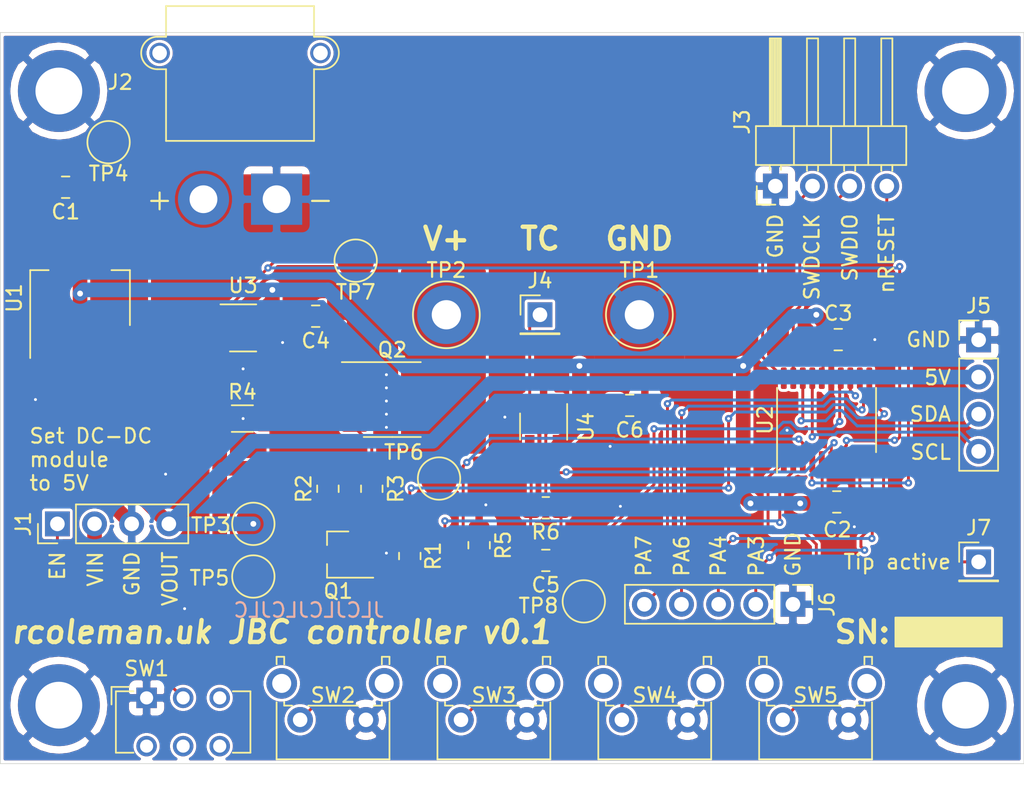
<source format=kicad_pcb>
(kicad_pcb (version 20171130) (host pcbnew 5.1.10)
  (layers (0 F.Cu signal) (31 B.Cu signal) (34 B.Paste user) (35 F.Paste user) (36 B.SilkS user) (37 F.SilkS user) (38 B.Mask user) (39 F.Mask user) (44 Edge.Cuts user))
  (net 0 "")
  (net 1 +3V3)
  (net 2 GND)
  (net 3 /TIP_TC_AMP)
  (net 4 "Net-(C5-Pad2)")
  (net 5 VCC)
  (net 6 +5V)
  (net 7 /SWDCLK)
  (net 8 /SWDIO)
  (net 9 /NRESET)
  (net 10 /TIP_TC)
  (net 11 /TIP_ACTIVE)
  (net 12 /I2C_SCL)
  (net 13 /I2C_SDA)
  (net 14 "Net-(Q1-Pad1)")
  (net 15 "Net-(Q1-Pad3)")
  (net 16 /TIP_V+)
  (net 17 /TIP_PWM)
  (net 18 /BTN_MENU)
  (net 19 /BTN_UP)
  (net 20 /BTN_DOWN)
  (net 21 /BTN_ENTER)
  (net 22 /HEATER_CURRENT_AMP)
  (net 23 "Net-(Q2-Pad1)")
  (net 24 /PA3)
  (net 25 /PA4)
  (net 26 /PA6)
  (net 27 /PA7)
  (net 28 "Net-(Q2-Pad2)")
  (net 29 "Net-(J1-Pad1)")
  (net 30 "Net-(SW1-Pad3)")
  (module TestPoint:TestPoint_Pad_D2.5mm (layer F.Cu) (at 122.9 112.9 180)
    (fp_text reference TP8 (at 3.1 -0.3 180) (layer F.SilkS))
    (fp_text value TestPoint)
    (pad 1 smd circle (at 0 0 180) (size 2.5 2.5) (layers F.Cu F.Mask) (net 3 /TIP_TC_AMP))
  )
  (module TestPoint:TestPoint_Pad_D2.5mm (layer F.Cu) (at 107.3 89.6 180)
    (fp_text reference TP7 (at 0 -2.148) (layer F.SilkS))
    (fp_text value TestPoint)
    (pad 1 smd circle (at 0 0 180) (size 2.5 2.5) (layers F.Cu F.Mask) (net 22 /HEATER_CURRENT_AMP))
  )
  (module TestPoint:TestPoint_Pad_D2.5mm (layer F.Cu) (at 113 104.5)
    (fp_text reference TP6 (at -2.4 -1.8) (layer F.SilkS))
    (fp_text value TestPoint)
    (pad 1 smd circle (at 0 0) (size 2.5 2.5) (layers F.Cu F.Mask) (net 28 "Net-(Q2-Pad2)"))
  )
  (module TestPoint:TestPoint_Pad_D2.5mm (layer F.Cu) (at 100.3 111.2 180)
    (fp_text reference TP5 (at 3 -0.1) (layer F.SilkS))
    (fp_text value TestPoint)
    (pad 1 smd circle (at 0 0 180) (size 2.5 2.5) (layers F.Cu F.Mask) (net 14 "Net-(Q1-Pad1)"))
  )
  (module TestPoint:TestPoint_Pad_D2.5mm (layer F.Cu) (at 90.4 81.5 180)
    (fp_text reference TP4 (at 0 -2.148) (layer F.SilkS))
    (fp_text value TestPoint)
    (pad 1 smd circle (at 0 0 180) (size 2.5 2.5) (layers F.Cu F.Mask) (net 1 +3V3))
  )
  (module TestPoint:TestPoint_Pad_D2.5mm (layer F.Cu) (at 100.3 107.6)
    (fp_text reference TP3 (at -2.9 0.1) (layer F.SilkS))
    (fp_text value TestPoint)
    (pad 1 smd circle (at 0 0) (size 2.5 2.5) (layers F.Cu F.Mask) (net 6 +5V))
  )
  (module Button_Switch_THT:SW_CuK_JS202011AQN_DPDT_Angled (layer F.Cu) (at 93 119.5)
    (fp_text reference SW1 (at 0 -2) (layer F.SilkS))
    (fp_text value JS202011AQN)
    (pad 6 thru_hole circle (at 5 3.3) (size 1.4 1.4) (drill 0.9) (layers *.Cu *.Mask))
    (pad 5 thru_hole circle (at 2.5 3.3) (size 1.4 1.4) (drill 0.9) (layers *.Cu *.Mask))
    (pad 4 thru_hole circle (at 0 3.3) (size 1.4 1.4) (drill 0.9) (layers *.Cu *.Mask))
    (pad 3 thru_hole circle (at 5 0) (size 1.4 1.4) (drill 0.9) (layers *.Cu *.Mask) (net 30 "Net-(SW1-Pad3)"))
    (pad 2 thru_hole circle (at 2.5 0) (size 1.4 1.4) (drill 0.9) (layers *.Cu *.Mask) (net 29 "Net-(J1-Pad1)"))
    (pad 1 thru_hole rect (at 0 0) (size 1.4 1.4) (drill 0.9) (layers *.Cu *.Mask) (net 2 GND))
  )
  (module Resistor_SMD:R_0805_2012Metric_Pad1.20x1.40mm_HandSolder (layer F.Cu) (at 108.4 105.2 270)
    (fp_text reference R3 (at 0 -1.65 90) (layer F.SilkS))
    (fp_text value 2k2)
    (pad 1 smd roundrect (at -1 0 270) (size 1.2 1.4) (layers F.Cu F.Paste F.Mask) (roundrect_rratio 0.2083325) (net 28 "Net-(Q2-Pad2)"))
    (pad 2 smd roundrect (at 1 0 270) (size 1.2 1.4) (layers F.Cu F.Paste F.Mask) (roundrect_rratio 0.2083325) (net 15 "Net-(Q1-Pad3)"))
  )
  (module Connector_PinHeader_2.54mm:PinHeader_1x04_P2.54mm_Vertical (layer F.Cu) (at 86.9 107.6 90)
    (fp_text reference J1 (at 0 -2.33 90) (layer F.SilkS))
    (fp_text value Conn_01x04_Male)
    (pad 1 thru_hole rect (at 0 0 90) (size 1.7 1.7) (drill 1) (layers *.Cu *.Mask) (net 29 "Net-(J1-Pad1)"))
    (pad 2 thru_hole oval (at 0 2.54 90) (size 1.7 1.7) (drill 1) (layers *.Cu *.Mask) (net 5 VCC))
    (pad 3 thru_hole oval (at 0 5.08 90) (size 1.7 1.7) (drill 1) (layers *.Cu *.Mask) (net 2 GND))
    (pad 4 thru_hole oval (at 0 7.62 90) (size 1.7 1.7) (drill 1) (layers *.Cu *.Mask) (net 6 +5V))
  )
  (module MountingHole:MountingHole_3.2mm_M3_DIN965_Pad (layer F.Cu) (at 87 78)
    (fp_text reference H4 hide)
    (fp_text value MountingHole_Pad)
    (pad 1 thru_hole circle (at 0 0) (size 5.6 5.6) (drill 3.2) (layers *.Cu *.Mask) (net 2 GND))
  )
  (module MountingHole:MountingHole_3.2mm_M3_DIN965_Pad (layer F.Cu) (at 149 78)
    (fp_text reference H3 hide)
    (fp_text value MountingHole_Pad)
    (pad 1 thru_hole circle (at 0 0) (size 5.6 5.6) (drill 3.2) (layers *.Cu *.Mask) (net 2 GND))
  )
  (module MountingHole:MountingHole_3.2mm_M3_DIN965_Pad (layer F.Cu) (at 149 120)
    (fp_text reference H2 hide)
    (fp_text value MountingHole_Pad)
    (pad 1 thru_hole circle (at 0 0) (size 5.6 5.6) (drill 3.2) (layers *.Cu *.Mask) (net 2 GND))
  )
  (module MountingHole:MountingHole_3.2mm_M3_DIN965_Pad (layer F.Cu) (at 87 120)
    (fp_text reference H1 hide)
    (fp_text value MountingHole_Pad)
    (pad 1 thru_hole circle (at 0 0) (size 5.6 5.6) (drill 3.2) (layers *.Cu *.Mask) (net 2 GND))
  )
  (module Package_SO:TSSOP-20_4.4x6.5mm_P0.65mm (layer F.Cu) (at 139.5 100.5 90)
    (fp_text reference U2 (at 0 -4.2 90) (layer F.SilkS))
    (fp_text value STM32L011F4Px)
    (pad 1 smd roundrect (at -2.8625 -2.925 90) (size 1.475 0.4) (layers F.Cu F.Paste F.Mask) (net 21 /BTN_ENTER))
    (pad 2 smd roundrect (at -2.8625 -2.275 90) (size 1.475 0.4) (layers F.Cu F.Paste F.Mask) (net 18 /BTN_MENU))
    (pad 3 smd roundrect (at -2.8625 -1.625 90) (size 1.475 0.4) (layers F.Cu F.Paste F.Mask) (net 19 /BTN_UP))
    (pad 4 smd roundrect (at -2.8625 -0.975 90) (size 1.475 0.4) (layers F.Cu F.Paste F.Mask) (net 9 /NRESET))
    (pad 5 smd roundrect (at -2.8625 -0.325 90) (size 1.475 0.4) (layers F.Cu F.Paste F.Mask) (net 1 +3V3))
    (pad 6 smd roundrect (at -2.8625 0.325 90) (size 1.475 0.4) (layers F.Cu F.Paste F.Mask) (net 3 /TIP_TC_AMP))
    (pad 7 smd roundrect (at -2.8625 0.975 90) (size 1.475 0.4) (layers F.Cu F.Paste F.Mask) (net 22 /HEATER_CURRENT_AMP))
    (pad 8 smd roundrect (at -2.8625 1.625 90) (size 1.475 0.4) (layers F.Cu F.Paste F.Mask) (net 11 /TIP_ACTIVE))
    (pad 9 smd roundrect (at -2.8625 2.275 90) (size 1.475 0.4) (layers F.Cu F.Paste F.Mask) (net 24 /PA3))
    (pad 10 smd roundrect (at -2.8625 2.925 90) (size 1.475 0.4) (layers F.Cu F.Paste F.Mask) (net 25 /PA4))
    (pad 11 smd roundrect (at 2.8625 2.925 90) (size 1.475 0.4) (layers F.Cu F.Paste F.Mask) (net 17 /TIP_PWM))
    (pad 12 smd roundrect (at 2.8625 2.275 90) (size 1.475 0.4) (layers F.Cu F.Paste F.Mask) (net 26 /PA6))
    (pad 13 smd roundrect (at 2.8625 1.625 90) (size 1.475 0.4) (layers F.Cu F.Paste F.Mask) (net 27 /PA7))
    (pad 14 smd roundrect (at 2.8625 0.975 90) (size 1.475 0.4) (layers F.Cu F.Paste F.Mask) (net 20 /BTN_DOWN))
    (pad 15 smd roundrect (at 2.8625 0.325 90) (size 1.475 0.4) (layers F.Cu F.Paste F.Mask) (net 2 GND))
    (pad 16 smd roundrect (at 2.8625 -0.325 90) (size 1.475 0.4) (layers F.Cu F.Paste F.Mask) (net 1 +3V3))
    (pad 17 smd roundrect (at 2.8625 -0.975 90) (size 1.475 0.4) (layers F.Cu F.Paste F.Mask) (net 12 /I2C_SCL))
    (pad 18 smd roundrect (at 2.8625 -1.625 90) (size 1.475 0.4) (layers F.Cu F.Paste F.Mask) (net 13 /I2C_SDA))
    (pad 19 smd roundrect (at 2.8625 -2.275 90) (size 1.475 0.4) (layers F.Cu F.Paste F.Mask) (net 8 /SWDIO))
    (pad 20 smd roundrect (at 2.8625 -2.925 90) (size 1.475 0.4) (layers F.Cu F.Paste F.Mask) (net 7 /SWDCLK))
  )
  (module Button_Switch_THT:SW_Tactile_SPST_Angled_PTS645Vx58-2LFS (layer F.Cu) (at 119 121 180)
    (fp_text reference SW3 (at 2.25 1.68) (layer F.SilkS))
    (fp_text value FSMRA3JH)
    (pad "" thru_hole circle (at -1.25 2.49 180) (size 2.1 2.1) (drill 1.3) (layers *.Cu *.Mask))
    (pad 1 thru_hole circle (at 0 0 180) (size 1.75 1.75) (drill 0.99) (layers *.Cu *.Mask) (net 2 GND))
    (pad 2 thru_hole circle (at 4.5 0 180) (size 1.75 1.75) (drill 0.99) (layers *.Cu *.Mask) (net 19 /BTN_UP))
    (pad "" thru_hole circle (at 5.76 2.49 180) (size 2.1 2.1) (drill 1.3) (layers *.Cu *.Mask))
  )
  (module "JBC controller footprints:SI4101DY" (layer F.Cu) (at 109.8 99.1)
    (fp_text reference Q2 (at 0 -3.4) (layer F.SilkS))
    (fp_text value SI4101DY)
    (pad 3 smd roundrect (at 2.575 -1.905) (size 1.75 0.6) (layers F.Cu F.Paste F.Mask) (net 16 /TIP_V+))
    (pad 3 smd roundrect (at 2.575 -0.635) (size 1.75 0.6) (layers F.Cu F.Paste F.Mask) (net 16 /TIP_V+))
    (pad 3 smd roundrect (at 2.575 0.635) (size 1.75 0.6) (layers F.Cu F.Paste F.Mask) (net 16 /TIP_V+))
    (pad 3 smd roundrect (at 2.575 1.905) (size 1.75 0.6) (layers F.Cu F.Paste F.Mask) (net 16 /TIP_V+))
    (pad 2 smd roundrect (at -2.575 1.905) (size 1.75 0.6) (layers F.Cu F.Paste F.Mask) (net 28 "Net-(Q2-Pad2)"))
    (pad 1 smd roundrect (at -2.575 0.635) (size 1.75 0.6) (layers F.Cu F.Paste F.Mask) (net 23 "Net-(Q2-Pad1)"))
    (pad 1 smd roundrect (at -2.575 -0.635) (size 1.75 0.6) (layers F.Cu F.Paste F.Mask) (net 23 "Net-(Q2-Pad1)"))
    (pad 1 smd roundrect (at -2.575 -1.905) (size 1.75 0.6) (layers F.Cu F.Paste F.Mask) (net 23 "Net-(Q2-Pad1)"))
  )
  (module Button_Switch_THT:SW_Tactile_SPST_Angled_PTS645Vx58-2LFS (layer F.Cu) (at 141 121 180)
    (fp_text reference SW5 (at 2.25 1.68) (layer F.SilkS))
    (fp_text value FSMRA3JH)
    (pad "" thru_hole circle (at -1.25 2.49 180) (size 2.1 2.1) (drill 1.3) (layers *.Cu *.Mask))
    (pad 1 thru_hole circle (at 0 0 180) (size 1.75 1.75) (drill 0.99) (layers *.Cu *.Mask) (net 2 GND))
    (pad 2 thru_hole circle (at 4.5 0 180) (size 1.75 1.75) (drill 0.99) (layers *.Cu *.Mask) (net 21 /BTN_ENTER))
    (pad "" thru_hole circle (at 5.76 2.49 180) (size 2.1 2.1) (drill 1.3) (layers *.Cu *.Mask))
  )
  (module Button_Switch_THT:SW_Tactile_SPST_Angled_PTS645Vx58-2LFS (layer F.Cu) (at 130 121 180)
    (fp_text reference SW4 (at 2.25 1.68) (layer F.SilkS))
    (fp_text value FSMRA3JH)
    (pad "" thru_hole circle (at -1.25 2.49 180) (size 2.1 2.1) (drill 1.3) (layers *.Cu *.Mask))
    (pad 1 thru_hole circle (at 0 0 180) (size 1.75 1.75) (drill 0.99) (layers *.Cu *.Mask) (net 2 GND))
    (pad 2 thru_hole circle (at 4.5 0 180) (size 1.75 1.75) (drill 0.99) (layers *.Cu *.Mask) (net 20 /BTN_DOWN))
    (pad "" thru_hole circle (at 5.76 2.49 180) (size 2.1 2.1) (drill 1.3) (layers *.Cu *.Mask))
  )
  (module Button_Switch_THT:SW_Tactile_SPST_Angled_PTS645Vx58-2LFS (layer F.Cu) (at 108 121 180)
    (fp_text reference SW2 (at 2.25 1.68) (layer F.SilkS))
    (fp_text value FSMRA3JH)
    (pad "" thru_hole circle (at -1.25 2.49 180) (size 2.1 2.1) (drill 1.3) (layers *.Cu *.Mask))
    (pad 1 thru_hole circle (at 0 0 180) (size 1.75 1.75) (drill 0.99) (layers *.Cu *.Mask) (net 2 GND))
    (pad 2 thru_hole circle (at 4.5 0 180) (size 1.75 1.75) (drill 0.99) (layers *.Cu *.Mask) (net 18 /BTN_MENU))
    (pad "" thru_hole circle (at 5.76 2.49 180) (size 2.1 2.1) (drill 1.3) (layers *.Cu *.Mask))
  )
  (module Capacitor_SMD:C_0805_2012Metric_Pad1.18x1.45mm_HandSolder (layer F.Cu) (at 87.4625 84.58 180)
    (fp_text reference C1 (at 0 -1.68) (layer F.SilkS))
    (fp_text value 10u)
    (pad 1 smd roundrect (at -1.0375 0 180) (size 1.175 1.45) (layers F.Cu F.Paste F.Mask) (roundrect_rratio 0.2127659574468085) (net 1 +3V3))
    (pad 2 smd roundrect (at 1.0375 0 180) (size 1.175 1.45) (layers F.Cu F.Paste F.Mask) (roundrect_rratio 0.2127659574468085) (net 2 GND))
  )
  (module Capacitor_SMD:C_0805_2012Metric_Pad1.18x1.45mm_HandSolder (layer F.Cu) (at 140.2 106.1)
    (fp_text reference C2 (at 0.0375 1.9) (layer F.SilkS))
    (fp_text value 100n)
    (pad 2 smd roundrect (at 1.0375 0) (size 1.175 1.45) (layers F.Cu F.Paste F.Mask) (roundrect_rratio 0.2127659574468085) (net 2 GND))
    (pad 1 smd roundrect (at -1.0375 0) (size 1.175 1.45) (layers F.Cu F.Paste F.Mask) (roundrect_rratio 0.2127659574468085) (net 1 +3V3))
  )
  (module Capacitor_SMD:C_0805_2012Metric_Pad1.18x1.45mm_HandSolder (layer F.Cu) (at 140.3 95 180)
    (fp_text reference C3 (at 0 1.8) (layer F.SilkS))
    (fp_text value 100n)
    (pad 2 smd roundrect (at 1.0375 0 180) (size 1.175 1.45) (layers F.Cu F.Paste F.Mask) (roundrect_rratio 0.2127659574468085) (net 1 +3V3))
    (pad 1 smd roundrect (at -1.0375 0 180) (size 1.175 1.45) (layers F.Cu F.Paste F.Mask) (roundrect_rratio 0.2127659574468085) (net 2 GND))
  )
  (module Capacitor_SMD:C_0805_2012Metric_Pad1.18x1.45mm_HandSolder (layer F.Cu) (at 104.5625 93.4 180)
    (fp_text reference C4 (at 0 -1.68) (layer F.SilkS))
    (fp_text value 100n)
    (pad 2 smd roundrect (at 1.0375 0 180) (size 1.175 1.45) (layers F.Cu F.Paste F.Mask) (roundrect_rratio 0.2127659574468085) (net 1 +3V3))
    (pad 1 smd roundrect (at -1.0375 0 180) (size 1.175 1.45) (layers F.Cu F.Paste F.Mask) (roundrect_rratio 0.2127659574468085) (net 2 GND))
  )
  (module Capacitor_SMD:C_0805_2012Metric_Pad1.18x1.45mm_HandSolder (layer F.Cu) (at 120.3 110.1 180)
    (fp_text reference C5 (at 0 -1.68) (layer F.SilkS))
    (fp_text value 1n)
    (pad 1 smd roundrect (at -1.0375 0 180) (size 1.175 1.45) (layers F.Cu F.Paste F.Mask) (roundrect_rratio 0.2127659574468085) (net 3 /TIP_TC_AMP))
    (pad 2 smd roundrect (at 1.0375 0 180) (size 1.175 1.45) (layers F.Cu F.Paste F.Mask) (roundrect_rratio 0.2127659574468085) (net 4 "Net-(C5-Pad2)"))
  )
  (module Capacitor_SMD:C_0805_2012Metric_Pad1.18x1.45mm_HandSolder (layer F.Cu) (at 126.0375 99.5 180)
    (fp_text reference C6 (at 0 -1.68) (layer F.SilkS))
    (fp_text value 100n)
    (pad 1 smd roundrect (at -1.0375 0 180) (size 1.175 1.45) (layers F.Cu F.Paste F.Mask) (roundrect_rratio 0.2127659574468085) (net 2 GND))
    (pad 2 smd roundrect (at 1.0375 0 180) (size 1.175 1.45) (layers F.Cu F.Paste F.Mask) (roundrect_rratio 0.2127659574468085) (net 1 +3V3))
  )
  (module Connector_PinHeader_2.54mm:PinHeader_1x04_P2.54mm_Horizontal (layer F.Cu) (at 136 84.5 90)
    (fp_text reference J3 (at 4.385 -2.27 90) (layer F.SilkS))
    (fp_text value Conn_01x04_Male)
    (pad 1 thru_hole rect (at 0 0 90) (size 1.7 1.7) (drill 1) (layers *.Cu *.Mask) (net 2 GND))
    (pad 2 thru_hole oval (at 0 2.54 90) (size 1.7 1.7) (drill 1) (layers *.Cu *.Mask) (net 7 /SWDCLK))
    (pad 3 thru_hole oval (at 0 5.08 90) (size 1.7 1.7) (drill 1) (layers *.Cu *.Mask) (net 8 /SWDIO))
    (pad 4 thru_hole oval (at 0 7.62 90) (size 1.7 1.7) (drill 1) (layers *.Cu *.Mask) (net 9 /NRESET))
  )
  (module Connector_PinHeader_2.54mm:PinHeader_1x04_P2.54mm_Vertical (layer F.Cu) (at 149.9 95.02)
    (fp_text reference J5 (at 0 -2.33) (layer F.SilkS))
    (fp_text value Conn_01x04_Male)
    (pad 4 thru_hole oval (at 0 7.62) (size 1.7 1.7) (drill 1) (layers *.Cu *.Mask) (net 12 /I2C_SCL))
    (pad 3 thru_hole oval (at 0 5.08) (size 1.7 1.7) (drill 1) (layers *.Cu *.Mask) (net 13 /I2C_SDA))
    (pad 2 thru_hole oval (at 0 2.54) (size 1.7 1.7) (drill 1) (layers *.Cu *.Mask) (net 6 +5V))
    (pad 1 thru_hole rect (at 0 0) (size 1.7 1.7) (drill 1) (layers *.Cu *.Mask) (net 2 GND))
  )
  (module Resistor_SMD:R_0805_2012Metric_Pad1.20x1.40mm_HandSolder (layer F.Cu) (at 111 109.8 90)
    (fp_text reference R1 (at 0 1.6 90) (layer F.SilkS))
    (fp_text value 10k)
    (pad 2 smd roundrect (at 1 0 90) (size 1.2 1.4) (layers F.Cu F.Paste F.Mask) (roundrect_rratio 0.2083325) (net 17 /TIP_PWM))
    (pad 1 smd roundrect (at -1 0 90) (size 1.2 1.4) (layers F.Cu F.Paste F.Mask) (roundrect_rratio 0.2083325) (net 14 "Net-(Q1-Pad1)"))
  )
  (module Resistor_SMD:R_0805_2012Metric_Pad1.20x1.40mm_HandSolder (layer F.Cu) (at 105.4 105.2 90)
    (fp_text reference R2 (at 0 -1.65 90) (layer F.SilkS))
    (fp_text value 470)
    (pad 2 smd roundrect (at 1 0 90) (size 1.2 1.4) (layers F.Cu F.Paste F.Mask) (roundrect_rratio 0.2083325) (net 28 "Net-(Q2-Pad2)"))
    (pad 1 smd roundrect (at -1 0 90) (size 1.2 1.4) (layers F.Cu F.Paste F.Mask) (roundrect_rratio 0.2083325) (net 5 VCC))
  )
  (module Resistor_SMD:R_0805_2012Metric_Pad1.20x1.40mm_HandSolder (layer F.Cu) (at 115.74 109.06 270)
    (fp_text reference R5 (at 0 -1.65 90) (layer F.SilkS))
    (fp_text value 100)
    (pad 2 smd roundrect (at 1 0 270) (size 1.2 1.4) (layers F.Cu F.Paste F.Mask) (roundrect_rratio 0.2083325) (net 4 "Net-(C5-Pad2)"))
    (pad 1 smd roundrect (at -1 0 270) (size 1.2 1.4) (layers F.Cu F.Paste F.Mask) (roundrect_rratio 0.2083325) (net 2 GND))
  )
  (module Resistor_SMD:R_0805_2012Metric_Pad1.20x1.40mm_HandSolder (layer F.Cu) (at 120.3 106.5 180)
    (fp_text reference R6 (at 0 -1.65) (layer F.SilkS))
    (fp_text value 20k)
    (pad 1 smd roundrect (at -1 0 180) (size 1.2 1.4) (layers F.Cu F.Paste F.Mask) (roundrect_rratio 0.2083325) (net 3 /TIP_TC_AMP))
    (pad 2 smd roundrect (at 1 0 180) (size 1.2 1.4) (layers F.Cu F.Paste F.Mask) (roundrect_rratio 0.2083325) (net 4 "Net-(C5-Pad2)"))
  )
  (module TestPoint:TestPoint_Plated_Hole_D3.0mm (layer F.Cu) (at 126.7 93.3)
    (fp_text reference TP1 (at 0 -3.048) (layer F.SilkS))
    (fp_text value TestPoint)
    (pad 1 thru_hole circle (at 0 0) (size 4 4) (drill 2) (layers *.Cu *.Mask) (net 2 GND))
  )
  (module TestPoint:TestPoint_Plated_Hole_D3.0mm (layer F.Cu) (at 113.5 93.3)
    (fp_text reference TP2 (at 0 -3.048) (layer F.SilkS))
    (fp_text value TestPoint)
    (pad 1 thru_hole circle (at 0 0) (size 4 4) (drill 2) (layers *.Cu *.Mask) (net 16 /TIP_V+))
  )
  (module Package_TO_SOT_SMD:SOT-223-3_TabPin2 (layer F.Cu) (at 88.45 92.16 90)
    (fp_text reference U1 (at 0 -4.5 90) (layer F.SilkS))
    (fp_text value LM1117-3.3)
    (pad 2 smd rect (at 3.15 0 90) (size 2 3.8) (layers F.Cu F.Paste F.Mask) (net 1 +3V3))
    (pad 2 smd rect (at -3.15 0 90) (size 2 1.5) (layers F.Cu F.Paste F.Mask) (net 1 +3V3))
    (pad 3 smd rect (at -3.15 2.3 90) (size 2 1.5) (layers F.Cu F.Paste F.Mask) (net 6 +5V))
    (pad 1 smd rect (at -3.15 -2.3 90) (size 2 1.5) (layers F.Cu F.Paste F.Mask) (net 2 GND))
  )
  (module Package_TO_SOT_SMD:SOT-23-6 (layer F.Cu) (at 99.6 94.2)
    (fp_text reference U3 (at 0 -2.9) (layer F.SilkS))
    (fp_text value INA181A1)
    (pad 1 smd rect (at -1.1 -0.95) (size 1.06 0.65) (layers F.Cu F.Paste F.Mask) (net 22 /HEATER_CURRENT_AMP))
    (pad 2 smd rect (at -1.1 0) (size 1.06 0.65) (layers F.Cu F.Paste F.Mask) (net 2 GND))
    (pad 3 smd rect (at -1.1 0.95) (size 1.06 0.65) (layers F.Cu F.Paste F.Mask) (net 5 VCC))
    (pad 4 smd rect (at 1.1 0.95) (size 1.06 0.65) (layers F.Cu F.Paste F.Mask) (net 23 "Net-(Q2-Pad1)"))
    (pad 6 smd rect (at 1.1 -0.95) (size 1.06 0.65) (layers F.Cu F.Paste F.Mask) (net 1 +3V3))
    (pad 5 smd rect (at 1.1 0) (size 1.06 0.65) (layers F.Cu F.Paste F.Mask) (net 2 GND))
  )
  (module Package_TO_SOT_SMD:SOT-23-5_HandSoldering (layer F.Cu) (at 120.15 100.95 270)
    (fp_text reference U4 (at 0 -2.9 90) (layer F.SilkS))
    (fp_text value AD8538AR)
    (pad 1 smd rect (at -1.35 -0.95 270) (size 1.56 0.65) (layers F.Cu F.Paste F.Mask) (net 3 /TIP_TC_AMP))
    (pad 2 smd rect (at -1.35 0 270) (size 1.56 0.65) (layers F.Cu F.Paste F.Mask) (net 2 GND))
    (pad 3 smd rect (at -1.35 0.95 270) (size 1.56 0.65) (layers F.Cu F.Paste F.Mask) (net 10 /TIP_TC))
    (pad 4 smd rect (at 1.35 0.95 270) (size 1.56 0.65) (layers F.Cu F.Paste F.Mask) (net 4 "Net-(C5-Pad2)"))
    (pad 5 smd rect (at 1.35 -0.95 270) (size 1.56 0.65) (layers F.Cu F.Paste F.Mask) (net 1 +3V3))
  )
  (module Resistor_SMD:R_1206_3216Metric_Pad1.30x1.75mm_HandSolder (layer F.Cu) (at 99.55 100.4)
    (fp_text reference R4 (at 0 -1.82) (layer F.SilkS))
    (fp_text value 10m)
    (pad 1 smd roundrect (at -1.55 0) (size 1.3 1.75) (layers F.Cu F.Paste F.Mask) (roundrect_rratio 0.1923076923076923) (net 5 VCC))
    (pad 2 smd roundrect (at 1.55 0) (size 1.3 1.75) (layers F.Cu F.Paste F.Mask) (roundrect_rratio 0.1923076923076923) (net 23 "Net-(Q2-Pad1)"))
  )
  (module Connector_AMASS:AMASS_XT30PW-M_1x02_P2.50mm_Horizontal (layer F.Cu) (at 101.89 85.4)
    (fp_text reference J2 (at -10.69 -8) (layer F.SilkS))
    (fp_text value XT30)
    (fp_text user - (at 3 0) (layer F.SilkS) (effects (font (size 1.5 1.5))))
    (fp_text user + (at -8 0) (layer F.SilkS) (effects (font (size 1.5 1.5))))
    (pad "" thru_hole circle (at 3 -10) (size 1.4 1.4) (drill 1) (layers *.Cu *.Mask))
    (pad "" thru_hole circle (at -8 -10) (size 1.4 1.4) (drill 1) (layers *.Cu *.Mask))
    (pad 1 thru_hole rect (at 0 0) (size 3.5 3.5) (drill 1.9) (layers *.Cu *.Mask) (net 2 GND))
    (pad 2 thru_hole circle (at -5 0) (size 3.5 3.5) (drill 1.9) (layers *.Cu *.Mask) (net 5 VCC))
  )
  (module Connector_PinHeader_2.54mm:PinHeader_1x01_P2.54mm_Vertical (layer F.Cu) (at 119.9 93.3)
    (fp_text reference J4 (at 0 -2.33) (layer F.SilkS))
    (fp_text value Conn_01x01_Male)
    (pad 1 thru_hole rect (at 0 0) (size 1.7 1.7) (drill 1) (layers *.Cu *.Mask) (net 10 /TIP_TC))
  )
  (module Connector_PinHeader_2.54mm:PinHeader_1x05_P2.54mm_Vertical (layer F.Cu) (at 137.2 113.1 270)
    (fp_text reference J6 (at 0 -2.33 90) (layer F.SilkS))
    (fp_text value Conn_01x05_Male)
    (pad 1 thru_hole rect (at 0 0 270) (size 1.7 1.7) (drill 1) (layers *.Cu *.Mask) (net 2 GND))
    (pad 2 thru_hole oval (at 0 2.54 270) (size 1.7 1.7) (drill 1) (layers *.Cu *.Mask) (net 24 /PA3))
    (pad 3 thru_hole oval (at 0 5.08 270) (size 1.7 1.7) (drill 1) (layers *.Cu *.Mask) (net 25 /PA4))
    (pad 4 thru_hole oval (at 0 7.62 270) (size 1.7 1.7) (drill 1) (layers *.Cu *.Mask) (net 26 /PA6))
    (pad 5 thru_hole oval (at 0 10.16 270) (size 1.7 1.7) (drill 1) (layers *.Cu *.Mask) (net 27 /PA7))
  )
  (module Connector_PinHeader_2.54mm:PinHeader_1x01_P2.54mm_Vertical (layer F.Cu) (at 149.9 110.2)
    (fp_text reference J7 (at 0 -2.33) (layer F.SilkS))
    (fp_text value Conn_01x01_Male)
    (pad 1 thru_hole rect (at 0 0) (size 1.7 1.7) (drill 1) (layers *.Cu *.Mask) (net 11 /TIP_ACTIVE))
  )
  (module Package_TO_SOT_SMD:SOT-23_Handsoldering (layer F.Cu) (at 106.1 109.7 180)
    (fp_text reference Q1 (at 0 -2.5) (layer F.SilkS))
    (fp_text value BC846)
    (pad 1 smd rect (at -1.5 -0.95 180) (size 1.9 0.8) (layers F.Cu F.Paste F.Mask) (net 14 "Net-(Q1-Pad1)"))
    (pad 2 smd rect (at -1.5 0.95 180) (size 1.9 0.8) (layers F.Cu F.Paste F.Mask) (net 2 GND))
    (pad 3 smd rect (at 1.5 0 180) (size 1.9 0.8) (layers F.Cu F.Paste F.Mask) (net 15 "Net-(Q1-Pad3)"))
  )
  (gr_text JLCJLCJLCJLC (at 104.1 113.5) (layer B.SilkS) (effects (font (size 1 1)) (justify mirror)))
  (gr_poly (pts (xy 151.5 116) (xy 144.2 116) (xy 144.2 114) (xy 151.5 114)) (layer F.SilkS) (width 0.1))
  (gr_text SN: (at 144 115) (layer F.SilkS) (effects (font (size 1.5 1.5) (thickness 0.3)) (justify right)))
  (gr_text GND (at 137.2 111.3 90) (layer F.SilkS) (effects (font (size 1 1)) (justify left)))
  (gr_text nRESET (at 143.6 86.3 90) (layer F.SilkS) (effects (font (size 1 1)) (justify right)))
  (gr_text SWDIO (at 141.1 86.3 90) (layer F.SilkS) (effects (font (size 1 1)) (justify right)))
  (gr_text SWDCLK (at 138.5 86.3 90) (layer F.SilkS) (effects (font (size 1 1)) (justify right)))
  (gr_text GND (at 136 86.3 90) (layer F.SilkS) (effects (font (size 1 1)) (justify right)))
  (gr_text TC (at 119.9 88.1) (layer F.SilkS) (effects (font (size 1.5 1.5) (thickness 0.3))))
  (gr_text GND (at 126.7 88.1) (layer F.SilkS) (effects (font (size 1.5 1.5) (thickness 0.3))))
  (gr_text V+ (at 113.5 88.1) (layer F.SilkS) (effects (font (size 1.5 1.5) (thickness 0.3))))
  (gr_text "Set DC-DC\nmodule\nto 5V" (at 84.9 103.2) (layer F.SilkS) (effects (font (size 1 1)) (justify left)))
  (gr_text EN (at 86.9 109.4 90) (layer F.SilkS) (effects (font (size 1 1)) (justify right)))
  (gr_text VIN (at 89.5 109.4 90) (layer F.SilkS) (effects (font (size 1 1)) (justify right)))
  (gr_text GND (at 92 109.4 90) (layer F.SilkS) (effects (font (size 1 1)) (justify right)))
  (gr_text VOUT (at 94.6 109.4 90) (layer F.SilkS) (effects (font (size 1 1)) (justify right)))
  (gr_text PA3 (at 134.7 111.3 90) (layer F.SilkS) (effects (font (size 1 1)) (justify left)))
  (gr_text PA4 (at 132.1 111.3 90) (layer F.SilkS) (effects (font (size 1 1)) (justify left)))
  (gr_text PA6 (at 129.6 111.3 90) (layer F.SilkS) (effects (font (size 1 1)) (justify left)))
  (gr_text PA7 (at 127 111.3 90) (layer F.SilkS) (effects (font (size 1 1)) (justify left)))
  (gr_text "Tip active" (at 148.1 110.2) (layer F.SilkS) (effects (font (size 1 1)) (justify right)))
  (gr_text SCL (at 148.1 102.7) (layer F.SilkS) (effects (font (size 1 1)) (justify right)))
  (gr_text SDA (at 148.1 100.1) (layer F.SilkS) (effects (font (size 1 1)) (justify right)))
  (gr_text 5V (at 148.1 97.6) (layer F.SilkS) (effects (font (size 1 1)) (justify right)))
  (gr_text GND (at 148.1 95) (layer F.SilkS) (effects (font (size 1 1)) (justify right)))
  (gr_line (start 83 124) (end 83 74) (layer Edge.Cuts) (width 0.05))
  (gr_line (start 153 124) (end 83 124) (layer Edge.Cuts) (width 0.05))
  (gr_line (start 153 74) (end 153 124) (layer Edge.Cuts) (width 0.05))
  (gr_line (start 83 74) (end 153 74) (layer Edge.Cuts) (width 0.05))
  (gr_text "rcoleman.uk JBC controller v0.1" (at 83.6 115) (layer F.SilkS) (effects (font (size 1.5 1.5) (thickness 0.3) italic) (justify left)))
  (segment (start 103.375 93.25) (end 103.525 93.4) (width 0.2) (layer F.Cu) (net 1))
  (segment (start 100.7 93.25) (end 103.375 93.25) (width 0.2) (layer F.Cu) (net 1))
  (via (at 101.6 91.6) (size 0.7) (drill 0.4) (layers F.Cu B.Cu) (net 1))
  (segment (start 101.6 92.35) (end 100.775001 93.174999) (width 1) (layer F.Cu) (net 1))
  (segment (start 101.6 91.6) (end 101.6 92.35) (width 1) (layer F.Cu) (net 1))
  (segment (start 101.6 91.6) (end 105.4 91.6) (width 1) (layer B.Cu) (net 1))
  (segment (start 105.4 91.6) (end 110.6 96.8) (width 1) (layer B.Cu) (net 1))
  (via (at 122.6 96.8) (size 0.7) (drill 0.4) (layers F.Cu B.Cu) (net 1))
  (segment (start 110.6 96.8) (end 122.6 96.8) (width 1) (layer B.Cu) (net 1))
  (segment (start 122.6 100.8) (end 121.1 102.3) (width 1) (layer F.Cu) (net 1))
  (segment (start 122.6 96.8) (end 122.6 100.8) (width 1) (layer F.Cu) (net 1))
  (segment (start 122.6 96.8) (end 133.8 96.8) (width 1) (layer B.Cu) (net 1))
  (via (at 138.8 93.3) (size 0.7) (drill 0.4) (layers F.Cu B.Cu) (net 1))
  (segment (start 138.8 93.3) (end 139.3 93.8) (width 1) (layer F.Cu) (net 1))
  (segment (start 139.3 94.9625) (end 139.2625 95) (width 1) (layer F.Cu) (net 1))
  (segment (start 139.3 93.8) (end 139.3 94.9625) (width 1) (layer F.Cu) (net 1))
  (segment (start 139.2625 97.55) (end 139.175 97.6375) (width 0.2) (layer F.Cu) (net 1))
  (segment (start 139.2625 95) (end 139.2625 97.55) (width 0.2) (layer F.Cu) (net 1))
  (via (at 133.8 96.8) (size 0.7) (drill 0.4) (layers F.Cu B.Cu) (net 1))
  (segment (start 133.8 96.8) (end 133.8 105.7) (width 1) (layer F.Cu) (net 1))
  (via (at 134.3 106.2) (size 0.7) (drill 0.4) (layers F.Cu B.Cu) (net 1))
  (segment (start 133.8 105.7) (end 134.3 106.2) (width 1) (layer F.Cu) (net 1))
  (via (at 137.7 106.2) (size 0.7) (drill 0.4) (layers F.Cu B.Cu) (net 1))
  (segment (start 134.3 106.2) (end 137.7 106.2) (width 1) (layer B.Cu) (net 1))
  (segment (start 139.0625 106.2) (end 139.1625 106.1) (width 1) (layer F.Cu) (net 1))
  (segment (start 137.7 106.2) (end 139.0625 106.2) (width 1) (layer F.Cu) (net 1))
  (segment (start 139.175 104.1) (end 139.2 104.125) (width 0.2) (layer F.Cu) (net 1))
  (segment (start 139.175 103.3625) (end 139.175 104.1) (width 0.2) (layer F.Cu) (net 1))
  (segment (start 139.2 106.0625) (end 139.1625 106.1) (width 0.2) (layer F.Cu) (net 1))
  (segment (start 139.2 104.125) (end 139.2 106.0625) (width 0.2) (layer F.Cu) (net 1))
  (segment (start 137.199989 93.400011) (end 138.699989 93.400011) (width 1) (layer B.Cu) (net 1))
  (segment (start 138.699989 93.400011) (end 138.8 93.3) (width 1) (layer B.Cu) (net 1))
  (segment (start 133.8 96.8) (end 137.199989 93.400011) (width 1) (layer B.Cu) (net 1))
  (segment (start 88.5 88.96) (end 88.45 89.01) (width 1) (layer F.Cu) (net 1))
  (segment (start 88.5 84.58) (end 88.5 88.96) (width 1) (layer F.Cu) (net 1))
  (via (at 88.45 91.85) (size 0.7) (drill 0.4) (layers F.Cu B.Cu) (net 1))
  (segment (start 88.7 91.6) (end 88.45 91.85) (width 1) (layer B.Cu) (net 1))
  (segment (start 101.6 91.6) (end 88.7 91.6) (width 1) (layer B.Cu) (net 1))
  (segment (start 88.45 91.85) (end 88.45 95.31) (width 1) (layer F.Cu) (net 1))
  (segment (start 88.45 89.01) (end 88.45 91.85) (width 1) (layer F.Cu) (net 1))
  (segment (start 90.4 82.68) (end 88.5 84.58) (width 1) (layer F.Cu) (net 1))
  (segment (start 90.4 81.5) (end 90.4 82.68) (width 1) (layer F.Cu) (net 1))
  (segment (start 123.9 99.5) (end 122.6 100.8) (width 1) (layer F.Cu) (net 1))
  (segment (start 125 99.5) (end 123.9 99.5) (width 1) (layer F.Cu) (net 1))
  (via (at 124.7 102.3) (size 0.5) (drill 0.2) (layers F.Cu B.Cu) (net 2))
  (via (at 125.4 106.4) (size 0.5) (drill 0.2) (layers F.Cu B.Cu) (net 2))
  (via (at 109.4 97.4) (size 0.5) (drill 0.2) (layers F.Cu B.Cu) (net 2))
  (via (at 109.4 98.3) (size 0.5) (drill 0.2) (layers F.Cu B.Cu) (net 2))
  (via (at 109.4 99.2) (size 0.5) (drill 0.2) (layers F.Cu B.Cu) (net 2))
  (via (at 109.4 100.1) (size 0.5) (drill 0.2) (layers F.Cu B.Cu) (net 2))
  (via (at 109.4 101) (size 0.5) (drill 0.2) (layers F.Cu B.Cu) (net 2))
  (via (at 99.6 97) (size 0.5) (drill 0.2) (layers F.Cu B.Cu) (net 2))
  (via (at 102.3 95.2) (size 0.5) (drill 0.2) (layers F.Cu B.Cu) (net 2))
  (via (at 99.6 100.4) (size 0.5) (drill 0.2) (layers F.Cu B.Cu) (net 2))
  (segment (start 99.6 94.2) (end 99.6 97) (width 0.2) (layer F.Cu) (net 2))
  (segment (start 98.5 94.2) (end 99.6 94.2) (width 0.2) (layer F.Cu) (net 2))
  (segment (start 99.6 94.2) (end 100.7 94.2) (width 0.2) (layer F.Cu) (net 2))
  (segment (start 99.6 94.2) (end 99.6 92.6) (width 0.2) (layer F.Cu) (net 2))
  (via (at 136.8 101.2) (size 0.5) (drill 0.2) (layers F.Cu B.Cu) (net 2))
  (via (at 142.8 95) (size 0.5) (drill 0.2) (layers F.Cu B.Cu) (net 2))
  (via (at 141.4 107.8) (size 0.5) (drill 0.2) (layers F.Cu B.Cu) (net 2))
  (segment (start 91.98 107.6) (end 89.9 105.52) (width 1) (layer F.Cu) (net 2))
  (via (at 95.6 113.4) (size 0.5) (drill 0.2) (layers F.Cu B.Cu) (net 2))
  (via (at 94.3 104.2) (size 0.5) (drill 0.2) (layers F.Cu B.Cu) (net 2))
  (via (at 85.4 99.1) (size 0.5) (drill 0.2) (layers F.Cu B.Cu) (net 2))
  (via (at 109.4 109.6) (size 0.5) (drill 0.2) (layers F.Cu B.Cu) (net 2))
  (via (at 116.2 106.3) (size 0.5) (drill 0.2) (layers F.Cu B.Cu) (net 2))
  (via (at 117.5 100.3) (size 0.5) (drill 0.2) (layers F.Cu B.Cu) (net 2))
  (segment (start 121.3375 106.5375) (end 121.3 106.5) (width 0.2) (layer F.Cu) (net 3))
  (segment (start 121.3375 110.1) (end 121.3375 106.5375) (width 0.2) (layer F.Cu) (net 3))
  (segment (start 121.1 100.654998) (end 120.3 101.454998) (width 0.2) (layer F.Cu) (net 3))
  (segment (start 121.1 99.6) (end 121.1 100.654998) (width 0.2) (layer F.Cu) (net 3))
  (segment (start 120.3 105.5) (end 121.3 106.5) (width 0.2) (layer F.Cu) (net 3))
  (segment (start 120.3 101.454998) (end 120.3 104.1) (width 0.2) (layer F.Cu) (net 3))
  (segment (start 120.3 104.1) (end 120.3 105.5) (width 0.2) (layer F.Cu) (net 3))
  (segment (start 120.3 104.1) (end 121.65001 104.1) (width 0.2) (layer F.Cu) (net 3))
  (via (at 121.7 104.05001) (size 0.5) (drill 0.2) (layers F.Cu B.Cu) (net 3))
  (segment (start 121.65001 104.1) (end 121.7 104.05001) (width 0.2) (layer F.Cu) (net 3))
  (segment (start 139.825 102.240046) (end 140.015025 102.050021) (width 0.2) (layer F.Cu) (net 3))
  (segment (start 138.015036 104.05001) (end 140.015025 102.050021) (width 0.2) (layer B.Cu) (net 3))
  (via (at 140.015025 102.050021) (size 0.5) (drill 0.2) (layers F.Cu B.Cu) (net 3))
  (segment (start 139.825 103.3625) (end 139.825 102.240046) (width 0.2) (layer F.Cu) (net 3))
  (segment (start 121.7 104.05001) (end 138.015036 104.05001) (width 0.2) (layer B.Cu) (net 3))
  (segment (start 121.3375 110.9375) (end 122.9 112.5) (width 0.2) (layer F.Cu) (net 3))
  (segment (start 121.3375 110.1) (end 121.3375 110.9375) (width 0.2) (layer F.Cu) (net 3))
  (segment (start 119.2225 110.06) (end 119.2625 110.1) (width 0.2) (layer F.Cu) (net 4))
  (segment (start 115.74 110.06) (end 119.2225 110.06) (width 0.2) (layer F.Cu) (net 4))
  (segment (start 119.2625 106.5375) (end 119.3 106.5) (width 0.2) (layer F.Cu) (net 4))
  (segment (start 119.2625 110.1) (end 119.2625 106.5375) (width 0.2) (layer F.Cu) (net 4))
  (segment (start 119.3 102.4) (end 119.2 102.3) (width 0.2) (layer F.Cu) (net 4))
  (segment (start 119.3 106.5) (end 119.3 102.4) (width 0.2) (layer F.Cu) (net 4))
  (segment (start 98.5 99.9) (end 98 100.4) (width 0.2) (layer F.Cu) (net 5))
  (segment (start 98.5 95.15) (end 98.5 99.9) (width 0.2) (layer F.Cu) (net 5))
  (segment (start 98 103.8) (end 98 100.4) (width 1) (layer F.Cu) (net 5))
  (segment (start 105.3 106.1) (end 105.4 106.2) (width 1) (layer F.Cu) (net 5))
  (segment (start 102.6 106.1) (end 105.3 106.1) (width 1) (layer F.Cu) (net 5))
  (segment (start 100.3 103.8) (end 102.6 106.1) (width 1) (layer F.Cu) (net 5))
  (segment (start 98 103.8) (end 100.3 103.8) (width 1) (layer F.Cu) (net 5))
  (segment (start 89.44 107.6) (end 89.44 109.64) (width 1) (layer F.Cu) (net 5))
  (segment (start 89.44 109.64) (end 90.1 110.3) (width 1) (layer F.Cu) (net 5))
  (segment (start 90.1 110.3) (end 96.4 110.3) (width 1) (layer F.Cu) (net 5))
  (segment (start 98 108.7) (end 98 103.8) (width 1) (layer F.Cu) (net 5))
  (segment (start 96.4 110.3) (end 98 108.7) (width 1) (layer F.Cu) (net 5))
  (segment (start 134.29706 98.00001) (end 116.49999 98.00001) (width 1) (layer B.Cu) (net 6))
  (segment (start 134.73707 97.56) (end 134.29706 98.00001) (width 1) (layer B.Cu) (net 6))
  (segment (start 149.9 97.56) (end 134.73707 97.56) (width 1) (layer B.Cu) (net 6))
  (segment (start 116.49999 98.00001) (end 112.549999 101.950001) (width 1) (layer B.Cu) (net 6))
  (segment (start 90.75 103.83) (end 94.52 107.6) (width 1) (layer F.Cu) (net 6))
  (segment (start 90.75 95.31) (end 90.75 103.83) (width 1) (layer F.Cu) (net 6))
  (segment (start 98.269999 103.850001) (end 94.52 107.6) (width 1) (layer B.Cu) (net 6))
  (segment (start 98.269999 103.850001) (end 98.349999 103.850001) (width 1) (layer B.Cu) (net 6))
  (segment (start 100.249999 101.950001) (end 112.549999 101.950001) (width 1) (layer B.Cu) (net 6))
  (segment (start 98.349999 103.850001) (end 100.249999 101.950001) (width 1) (layer B.Cu) (net 6))
  (via (at 100.3 107.6) (size 0.7) (drill 0.4) (layers F.Cu B.Cu) (net 6))
  (segment (start 94.52 107.6) (end 100.3 107.6) (width 1) (layer B.Cu) (net 6))
  (segment (start 135.129999 88.010001) (end 135.129999 96.192499) (width 0.2) (layer F.Cu) (net 7))
  (segment (start 138.84 84.3) (end 135.129999 88.010001) (width 0.2) (layer F.Cu) (net 7))
  (segment (start 135.129999 96.192499) (end 136.575 97.6375) (width 0.2) (layer F.Cu) (net 7))
  (segment (start 141.38 84.3) (end 137.669999 88.010001) (width 0.2) (layer F.Cu) (net 8))
  (segment (start 137.669999 88.010001) (end 137.669999 92.732915) (width 0.2) (layer F.Cu) (net 8))
  (segment (start 137.669999 92.732915) (end 137.225 93.177914) (width 0.2) (layer F.Cu) (net 8))
  (segment (start 137.225 93.177914) (end 137.225 97.6375) (width 0.2) (layer F.Cu) (net 8))
  (segment (start 143.62 84.5) (end 143.62 85.92) (width 0.2) (layer F.Cu) (net 9))
  (segment (start 143.62 85.92) (end 145.1 87.4) (width 0.2) (layer F.Cu) (net 9))
  (via (at 145.1 104.8) (size 0.5) (drill 0.2) (layers F.Cu B.Cu) (net 9))
  (segment (start 145.1 87.4) (end 145.1 104.8) (width 0.2) (layer F.Cu) (net 9))
  (via (at 138.5 104.8) (size 0.5) (drill 0.2) (layers F.Cu B.Cu) (net 9))
  (segment (start 145.1 104.8) (end 138.5 104.8) (width 0.2) (layer B.Cu) (net 9))
  (segment (start 138.5 103.3875) (end 138.525 103.3625) (width 0.2) (layer F.Cu) (net 9))
  (segment (start 138.5 104.8) (end 138.5 103.3875) (width 0.2) (layer F.Cu) (net 9))
  (segment (start 119.2 93.9) (end 119.8 93.3) (width 0.2) (layer F.Cu) (net 10))
  (segment (start 119.2 99.6) (end 119.2 93.9) (width 0.2) (layer F.Cu) (net 10))
  (segment (start 141.125 102.625) (end 141.125 103.3625) (width 0.2) (layer F.Cu) (net 11))
  (segment (start 143.4 103.034298) (end 142.690692 102.32499) (width 0.2) (layer F.Cu) (net 11))
  (segment (start 142.690692 102.32499) (end 141.42501 102.32499) (width 0.2) (layer F.Cu) (net 11))
  (segment (start 143.4 105.4) (end 143.4 103.034298) (width 0.2) (layer F.Cu) (net 11))
  (segment (start 141.42501 102.32499) (end 141.125 102.625) (width 0.2) (layer F.Cu) (net 11))
  (segment (start 148.2 110.2) (end 143.4 105.4) (width 0.2) (layer F.Cu) (net 11))
  (segment (start 149.9 110.2) (end 148.2 110.2) (width 0.2) (layer F.Cu) (net 11))
  (segment (start 148.589999 101.329999) (end 140.235701 101.329999) (width 0.2) (layer B.Cu) (net 12))
  (segment (start 138.669999 101.500011) (end 138.52 101.65001) (width 0.2) (layer B.Cu) (net 12))
  (segment (start 140.235701 101.329999) (end 140.065689 101.500011) (width 0.2) (layer B.Cu) (net 12))
  (via (at 138.52 101.65001) (size 0.5) (drill 0.2) (layers F.Cu B.Cu) (net 12))
  (segment (start 140.065689 101.500011) (end 138.669999 101.500011) (width 0.2) (layer B.Cu) (net 12))
  (segment (start 149.9 102.64) (end 148.589999 101.329999) (width 0.2) (layer B.Cu) (net 12))
  (segment (start 138.525 101.64501) (end 138.52 101.65001) (width 0.2) (layer F.Cu) (net 12))
  (segment (start 138.525 97.6375) (end 138.525 101.64501) (width 0.2) (layer F.Cu) (net 12))
  (segment (start 141.591325 100.9) (end 140.541323 99.849998) (width 0.2) (layer B.Cu) (net 13))
  (segment (start 149.1 100.9) (end 141.591325 100.9) (width 0.2) (layer B.Cu) (net 13))
  (segment (start 140.135998 99.849998) (end 139.436006 100.54999) (width 0.2) (layer B.Cu) (net 13))
  (segment (start 140.541323 99.849998) (end 140.135998 99.849998) (width 0.2) (layer B.Cu) (net 13))
  (via (at 137.763797 100.54999) (size 0.5) (drill 0.2) (layers F.Cu B.Cu) (net 13))
  (segment (start 149.9 100.1) (end 149.1 100.9) (width 0.2) (layer B.Cu) (net 13))
  (segment (start 137.875 100.438787) (end 137.763797 100.54999) (width 0.2) (layer F.Cu) (net 13))
  (segment (start 139.436006 100.54999) (end 137.763797 100.54999) (width 0.2) (layer B.Cu) (net 13))
  (segment (start 137.875 97.6375) (end 137.875 100.438787) (width 0.2) (layer F.Cu) (net 13))
  (segment (start 110.85 110.65) (end 111 110.8) (width 0.2) (layer F.Cu) (net 14))
  (segment (start 107.1 110.65) (end 110.85 110.65) (width 0.2) (layer F.Cu) (net 14))
  (segment (start 100.85 110.65) (end 100.3 111.2) (width 0.2) (layer F.Cu) (net 14))
  (segment (start 107.6 110.65) (end 100.85 110.65) (width 0.2) (layer F.Cu) (net 14))
  (segment (start 108.4 106.2) (end 107.6 106.2) (width 0.2) (layer F.Cu) (net 15))
  (segment (start 104.6 109.2) (end 104.6 109.7) (width 0.2) (layer F.Cu) (net 15))
  (segment (start 107.6 106.2) (end 104.6 109.2) (width 0.2) (layer F.Cu) (net 15))
  (via (at 132.8 100.4) (size 0.5) (drill 0.2) (layers F.Cu B.Cu) (net 17))
  (segment (start 111 105.25001) (end 111.1 105.15001) (width 0.2) (layer F.Cu) (net 17))
  (segment (start 111.453553 105.15001) (end 132.8 105.15001) (width 0.2) (layer B.Cu) (net 17))
  (via (at 111.1 105.15001) (size 0.5) (drill 0.2) (layers F.Cu B.Cu) (net 17))
  (segment (start 132.8 100.4) (end 132.8 105.15001) (width 0.2) (layer F.Cu) (net 17))
  (via (at 132.8 105.15001) (size 0.5) (drill 0.2) (layers F.Cu B.Cu) (net 17))
  (segment (start 111 108.8) (end 111 105.25001) (width 0.2) (layer F.Cu) (net 17))
  (segment (start 111.1 105.15001) (end 111.453553 105.15001) (width 0.2) (layer B.Cu) (net 17))
  (via (at 143.45 100.07) (size 0.5) (drill 0.2) (layers F.Cu B.Cu) (net 17))
  (segment (start 142.425 99.045) (end 142.425 97.6375) (width 0.2) (layer F.Cu) (net 17))
  (segment (start 143.45 100.07) (end 142.425 99.045) (width 0.2) (layer F.Cu) (net 17))
  (segment (start 139.970309 99.449987) (end 140.707012 99.449987) (width 0.2) (layer B.Cu) (net 17))
  (segment (start 143.17001 100.34999) (end 143.45 100.07) (width 0.2) (layer B.Cu) (net 17))
  (segment (start 140.707012 99.449987) (end 141.607015 100.34999) (width 0.2) (layer B.Cu) (net 17))
  (segment (start 141.607015 100.34999) (end 143.17001 100.34999) (width 0.2) (layer B.Cu) (net 17))
  (segment (start 132.8 100.4) (end 133.250024 99.949976) (width 0.2) (layer B.Cu) (net 17))
  (segment (start 139.47032 99.949976) (end 139.970309 99.449987) (width 0.2) (layer B.Cu) (net 17))
  (segment (start 133.250024 99.949976) (end 139.47032 99.949976) (width 0.2) (layer B.Cu) (net 17))
  (via (at 136.3 107.5) (size 0.5) (drill 0.2) (layers F.Cu B.Cu) (net 18))
  (segment (start 137.225 104.015702) (end 137.225 103.3625) (width 0.2) (layer F.Cu) (net 18))
  (segment (start 136.3 104.940702) (end 137.225 104.015702) (width 0.2) (layer F.Cu) (net 18))
  (segment (start 136.3 107.5) (end 136.3 104.940702) (width 0.2) (layer F.Cu) (net 18))
  (via (at 113.4 107.4) (size 0.5) (drill 0.2) (layers F.Cu B.Cu) (net 18))
  (segment (start 113.4 111.1) (end 113.4 107.4) (width 0.2) (layer F.Cu) (net 18))
  (segment (start 103.5 121) (end 113.4 111.1) (width 0.2) (layer F.Cu) (net 18))
  (segment (start 136.2 107.4) (end 136.3 107.5) (width 0.2) (layer B.Cu) (net 18))
  (segment (start 113.4 107.4) (end 136.2 107.4) (width 0.2) (layer B.Cu) (net 18))
  (segment (start 114.5 121) (end 114.590001 120.909999) (width 0.2) (layer F.Cu) (net 19))
  (via (at 137.6 101.8) (size 0.5) (drill 0.2) (layers F.Cu B.Cu) (net 19))
  (segment (start 125.014002 101.8) (end 137.6 101.8) (width 0.2) (layer B.Cu) (net 19))
  (segment (start 124.964001 101.749999) (end 125.014002 101.8) (width 0.2) (layer B.Cu) (net 19))
  (segment (start 116.550001 101.749999) (end 124.964001 101.749999) (width 0.2) (layer B.Cu) (net 19))
  (segment (start 137.875 102.075) (end 137.875 103.3625) (width 0.2) (layer F.Cu) (net 19))
  (segment (start 137.6 101.8) (end 137.875 102.075) (width 0.2) (layer F.Cu) (net 19))
  (segment (start 114.5 121) (end 115.5 120) (width 0.2) (layer F.Cu) (net 19))
  (segment (start 115.5 120) (end 115.5 115.4) (width 0.2) (layer F.Cu) (net 19))
  (via (at 114.9 103.4) (size 0.5) (drill 0.2) (layers F.Cu B.Cu) (net 19))
  (segment (start 116.550001 101.749999) (end 114.9 103.4) (width 0.2) (layer B.Cu) (net 19))
  (segment (start 114.650001 114.550001) (end 115.5 115.4) (width 0.2) (layer F.Cu) (net 19))
  (segment (start 114.650001 103.649999) (end 114.650001 114.550001) (width 0.2) (layer F.Cu) (net 19))
  (segment (start 114.9 103.4) (end 114.650001 103.649999) (width 0.2) (layer F.Cu) (net 19))
  (via (at 127.7 101.1) (size 0.5) (drill 0.2) (layers F.Cu B.Cu) (net 20))
  (segment (start 125.5 121) (end 125.590001 120.909999) (width 0.2) (layer F.Cu) (net 20))
  (via (at 140.4 100.6) (size 0.5) (drill 0.2) (layers F.Cu B.Cu) (net 20))
  (segment (start 139.9 101.1) (end 140.4 100.6) (width 0.2) (layer B.Cu) (net 20))
  (segment (start 136.535999 100.649999) (end 137.064001 100.649999) (width 0.2) (layer B.Cu) (net 20))
  (segment (start 136.085998 101.1) (end 136.535999 100.649999) (width 0.2) (layer B.Cu) (net 20))
  (segment (start 127.7 101.1) (end 136.085998 101.1) (width 0.2) (layer B.Cu) (net 20))
  (segment (start 137.064001 100.649999) (end 137.514002 101.1) (width 0.2) (layer B.Cu) (net 20))
  (segment (start 137.514002 101.1) (end 139.9 101.1) (width 0.2) (layer B.Cu) (net 20))
  (segment (start 140.4 97.7125) (end 140.475 97.6375) (width 0.2) (layer F.Cu) (net 20))
  (segment (start 140.4 100.6) (end 140.4 97.7125) (width 0.2) (layer F.Cu) (net 20))
  (segment (start 127.7 104.914002) (end 127.7 101.1) (width 0.2) (layer F.Cu) (net 20))
  (segment (start 124.7 114.7) (end 124.7 107.914002) (width 0.2) (layer F.Cu) (net 20))
  (segment (start 126.2 116.2) (end 124.7 114.7) (width 0.2) (layer F.Cu) (net 20))
  (segment (start 126.2 119.3) (end 126.2 116.2) (width 0.2) (layer F.Cu) (net 20))
  (segment (start 125.5 120) (end 126.2 119.3) (width 0.2) (layer F.Cu) (net 20))
  (segment (start 124.7 107.914002) (end 127.7 104.914002) (width 0.2) (layer F.Cu) (net 20))
  (segment (start 125.5 121) (end 125.5 120) (width 0.2) (layer F.Cu) (net 20))
  (segment (start 137.374999 120.125001) (end 137.374999 116.525001) (width 0.2) (layer F.Cu) (net 21))
  (segment (start 136.5 121) (end 137.374999 120.125001) (width 0.2) (layer F.Cu) (net 21))
  (segment (start 138.8 109) (end 138.8 115.1) (width 0.2) (layer F.Cu) (net 21))
  (segment (start 135.5 107.9) (end 135.8 108.2) (width 0.2) (layer F.Cu) (net 21))
  (segment (start 138 108.2) (end 138.8 109) (width 0.2) (layer F.Cu) (net 21))
  (segment (start 135.5 104.4375) (end 135.5 107.9) (width 0.2) (layer F.Cu) (net 21))
  (segment (start 138.8 115.1) (end 138.25 115.65) (width 0.2) (layer F.Cu) (net 21))
  (segment (start 135.8 108.2) (end 138 108.2) (width 0.2) (layer F.Cu) (net 21))
  (segment (start 136.575 103.3625) (end 135.5 104.4375) (width 0.2) (layer F.Cu) (net 21))
  (segment (start 138.25 115.65) (end 138.350001 115.549999) (width 0.2) (layer F.Cu) (net 21))
  (segment (start 137.374999 116.525001) (end 138.25 115.65) (width 0.2) (layer F.Cu) (net 21))
  (segment (start 131.2 90.1) (end 144.4 90.1) (width 0.2) (layer B.Cu) (net 22))
  (via (at 144.5 90) (size 0.5) (drill 0.2) (layers F.Cu B.Cu) (net 22))
  (segment (start 144.4 90.1) (end 144.5 90) (width 0.2) (layer B.Cu) (net 22))
  (segment (start 140.5 103.3375) (end 140.475 103.3625) (width 0.2) (layer F.Cu) (net 22))
  (segment (start 144.5 90) (end 144.5 101.67) (width 0.2) (layer F.Cu) (net 22))
  (via (at 144.15 101.88) (size 0.5) (drill 0.2) (layers F.Cu B.Cu) (net 22))
  (segment (start 144.29 101.88) (end 144.15 101.88) (width 0.2) (layer F.Cu) (net 22))
  (segment (start 144.5 101.67) (end 144.29 101.88) (width 0.2) (layer F.Cu) (net 22))
  (via (at 140.86 101.900008) (size 0.5) (drill 0.2) (layers F.Cu B.Cu) (net 22))
  (segment (start 140.880008 101.88) (end 140.86 101.900008) (width 0.2) (layer B.Cu) (net 22))
  (segment (start 144.15 101.88) (end 140.880008 101.88) (width 0.2) (layer B.Cu) (net 22))
  (segment (start 98.5 93.25) (end 98.5 92.9) (width 0.2) (layer F.Cu) (net 22))
  (via (at 101.3 90.1) (size 0.5) (drill 0.2) (layers F.Cu B.Cu) (net 22))
  (segment (start 98.5 92.9) (end 101.3 90.1) (width 0.2) (layer F.Cu) (net 22))
  (segment (start 101.3 90.1) (end 131.2 90.1) (width 0.2) (layer B.Cu) (net 22))
  (segment (start 140.86 102.24) (end 140.86 101.900008) (width 0.2) (layer F.Cu) (net 22))
  (segment (start 140.475 103.3625) (end 140.475 102.625) (width 0.2) (layer F.Cu) (net 22))
  (segment (start 140.475 102.625) (end 140.86 102.24) (width 0.2) (layer F.Cu) (net 22))
  (segment (start 101.8 89.6) (end 101.3 90.1) (width 0.2) (layer F.Cu) (net 22))
  (segment (start 107.3 89.6) (end 101.8 89.6) (width 0.2) (layer F.Cu) (net 22))
  (segment (start 100.7 100) (end 101.1 100.4) (width 0.2) (layer F.Cu) (net 23))
  (segment (start 100.7 95.15) (end 100.7 100) (width 0.2) (layer F.Cu) (net 23))
  (via (at 142.1 109.4) (size 0.5) (drill 0.2) (layers F.Cu B.Cu) (net 24))
  (segment (start 141.775 105.047166) (end 142.12501 105.397176) (width 0.2) (layer F.Cu) (net 24))
  (segment (start 141.775 103.3625) (end 141.775 105.047166) (width 0.2) (layer F.Cu) (net 24))
  (segment (start 142.12501 105.397176) (end 142.12501 108.260986) (width 0.2) (layer F.Cu) (net 24))
  (segment (start 142.12501 108.260986) (end 141.850001 108.535995) (width 0.2) (layer F.Cu) (net 24))
  (segment (start 141.850001 108.535995) (end 141.850001 109.150001) (width 0.2) (layer F.Cu) (net 24))
  (segment (start 141.850001 109.150001) (end 142.1 109.4) (width 0.2) (layer F.Cu) (net 24))
  (via (at 135.6 109.9) (size 0.5) (drill 0.2) (layers F.Cu B.Cu) (net 24))
  (segment (start 134.7 113.06) (end 134.66 113.1) (width 0.2) (layer F.Cu) (net 24))
  (segment (start 134.66 110.84) (end 135.6 109.9) (width 0.2) (layer F.Cu) (net 24))
  (segment (start 134.66 113.1) (end 134.66 110.84) (width 0.2) (layer F.Cu) (net 24))
  (segment (start 136.7 109.4) (end 142.1 109.4) (width 0.2) (layer B.Cu) (net 24))
  (segment (start 136.1 109.4) (end 136.7 109.4) (width 0.2) (layer B.Cu) (net 24))
  (segment (start 135.6 109.9) (end 136.1 109.4) (width 0.2) (layer B.Cu) (net 24))
  (segment (start 142.625 103.5625) (end 142.625 108.525) (width 0.2) (layer F.Cu) (net 25))
  (segment (start 142.425 103.3625) (end 142.625 103.5625) (width 0.2) (layer F.Cu) (net 25))
  (via (at 142.6 108.6) (size 0.5) (drill 0.2) (layers F.Cu B.Cu) (net 25))
  (segment (start 142.625 108.525) (end 142.6 108.55) (width 0.2) (layer F.Cu) (net 25))
  (segment (start 142.6 108.55) (end 142.6 108.6) (width 0.2) (layer F.Cu) (net 25))
  (via (at 133.1 108.6) (size 0.5) (drill 0.2) (layers F.Cu B.Cu) (net 25))
  (segment (start 132.2 113.02) (end 132.12 113.1) (width 0.2) (layer F.Cu) (net 25))
  (segment (start 134.2 108.6) (end 133.1 108.6) (width 0.2) (layer B.Cu) (net 25))
  (segment (start 142.6 108.6) (end 134.2 108.6) (width 0.2) (layer B.Cu) (net 25))
  (segment (start 133.1 108.6) (end 132.1 109.6) (width 0.2) (layer F.Cu) (net 25))
  (segment (start 132.1 113.08) (end 132.12 113.1) (width 0.2) (layer F.Cu) (net 25))
  (segment (start 132.1 109.6) (end 132.1 113.08) (width 0.2) (layer F.Cu) (net 25))
  (via (at 141.924415 99.79998) (size 0.5) (drill 0.2) (layers F.Cu B.Cu) (net 26))
  (via (at 129.6 100) (size 0.5) (drill 0.2) (layers F.Cu B.Cu) (net 26))
  (segment (start 129.58 100.02) (end 129.6 100) (width 0.2) (layer F.Cu) (net 26))
  (segment (start 129.58 113.1) (end 129.58 100.02) (width 0.2) (layer F.Cu) (net 26))
  (segment (start 141.775 97.6375) (end 141.775 98.290702) (width 0.2) (layer F.Cu) (net 26))
  (segment (start 141.622705 99.79998) (end 141.924415 99.79998) (width 0.2) (layer B.Cu) (net 26))
  (segment (start 140.872701 99.049976) (end 141.622705 99.79998) (width 0.2) (layer B.Cu) (net 26))
  (segment (start 142.02499 99.699405) (end 141.924415 99.79998) (width 0.2) (layer F.Cu) (net 26))
  (segment (start 142.02499 98.540692) (end 142.02499 99.699405) (width 0.2) (layer F.Cu) (net 26))
  (segment (start 129.6 100) (end 130.050035 99.549965) (width 0.2) (layer B.Cu) (net 26))
  (segment (start 139.304631 99.549965) (end 139.80462 99.049976) (width 0.2) (layer B.Cu) (net 26))
  (segment (start 141.775 98.290702) (end 142.02499 98.540692) (width 0.2) (layer F.Cu) (net 26))
  (segment (start 130.050035 99.549965) (end 139.304631 99.549965) (width 0.2) (layer B.Cu) (net 26))
  (segment (start 139.80462 99.049976) (end 140.872701 99.049976) (width 0.2) (layer B.Cu) (net 26))
  (via (at 128.62 99.38) (size 0.5) (drill 0.2) (layers F.Cu B.Cu) (net 27))
  (segment (start 128.62 111.52) (end 127.04 113.1) (width 0.2) (layer F.Cu) (net 27))
  (segment (start 128.62 99.38) (end 128.62 111.52) (width 0.2) (layer F.Cu) (net 27))
  (segment (start 139.700644 98.588252) (end 141.224981 98.588252) (width 0.2) (layer B.Cu) (net 27))
  (segment (start 128.62 99.38) (end 128.869999 99.130001) (width 0.2) (layer B.Cu) (net 27))
  (via (at 141.47498 98.838251) (size 0.5) (drill 0.2) (layers F.Cu B.Cu) (net 27))
  (segment (start 141.224981 98.588252) (end 141.47498 98.838251) (width 0.2) (layer B.Cu) (net 27))
  (segment (start 141.125 97.6375) (end 141.125 98.488271) (width 0.2) (layer F.Cu) (net 27))
  (segment (start 128.869999 99.130001) (end 139.158895 99.130001) (width 0.2) (layer B.Cu) (net 27))
  (segment (start 139.158895 99.130001) (end 139.700644 98.588252) (width 0.2) (layer B.Cu) (net 27))
  (segment (start 141.125 98.488271) (end 141.47498 98.838251) (width 0.2) (layer F.Cu) (net 27))
  (segment (start 108.4 104.2) (end 105.4 104.2) (width 0.2) (layer F.Cu) (net 28))
  (segment (start 108.4 102.18) (end 107.225 101.005) (width 0.2) (layer F.Cu) (net 28))
  (segment (start 108.4 104.2) (end 108.4 102.18) (width 0.2) (layer F.Cu) (net 28))
  (segment (start 112.7 104.2) (end 113 104.5) (width 0.2) (layer F.Cu) (net 28))
  (segment (start 108.4 104.2) (end 112.7 104.2) (width 0.2) (layer F.Cu) (net 28))
  (segment (start 86.9 110.9) (end 95.5 119.5) (width 0.2) (layer F.Cu) (net 29))
  (segment (start 86.9 107.6) (end 86.9 110.9) (width 0.2) (layer F.Cu) (net 29))
  (zone (net 2) (net_name GND) (layer F.Cu) (connect_pads (clearance 0.2)) (min_thickness 0.2) (fill yes (arc_segments 32) (thermal_gap 0.508) (thermal_bridge_width 0.508))
    (polygon (pts (xy 153 124) (xy 83 124) (xy 83 74) (xy 153 74)))
  )
  (zone (net 23) (net_name "Net-(Q2-Pad1)") (layer F.Cu) (priority 1) (connect_pads yes (clearance 0.2)) (min_thickness 0.2) (fill yes (arc_segments 32) (thermal_gap 0.508) (thermal_bridge_width 0.508))
    (polygon (pts (xy 108.3 102.8) (xy 101.4 102.8) (xy 101.4 96) (xy 108.3 96)))
  )
  (zone (net 16) (net_name /TIP_V+) (layer F.Cu) (priority 1) (connect_pads yes (clearance 0.2)) (min_thickness 0.2) (fill yes (arc_segments 32) (thermal_gap 0.508) (thermal_bridge_width 0.508))
    (polygon (pts (xy 116.2 102.8) (xy 110.4 102.8) (xy 110.4 90.2) (xy 116.2 90.2)))
  )
  (zone (net 2) (net_name GND) (layer B.Cu) (priority 1) (connect_pads (clearance 0.2)) (min_thickness 0.2) (fill yes (arc_segments 32) (thermal_gap 0.508) (thermal_bridge_width 0.508))
    (polygon (pts (xy 153 124) (xy 83 124) (xy 83 74) (xy 153 74)))
  )
  (zone (net 5) (net_name VCC) (layer F.Cu) (priority 1) (connect_pads yes (clearance 0.2)) (min_thickness 0.2) (fill yes (arc_segments 32) (thermal_gap 0.508) (thermal_bridge_width 0.508))
    (polygon (pts (xy 97.9 94.6) (xy 97.9 99.1) (xy 97.9 102.8) (xy 93.3 102.8) (xy 93.3 82.7) (xy 99.2 82.7) (xy 99.2 94.6)))
  )
  (zone (net 2) (net_name GND) (layer F.Cu) (priority 1) (connect_pads yes (clearance 0.2)) (min_thickness 0.2) (fill yes (arc_segments 32) (thermal_gap 0.508) (thermal_bridge_width 0.508))
    (polygon (pts (xy 129.8 96.5) (xy 123.6 96.5) (xy 123.6 90.6) (xy 129.8 90.6)))
  )
  (zone (net 2) (net_name GND) (layer F.Cu) (priority 1) (connect_pads yes (clearance 0.2)) (min_thickness 0.2) (fill yes (arc_segments 32) (thermal_gap 0.508) (thermal_bridge_width 0.508))
    (polygon (pts (xy 104.3 88.3) (xy 99.4 88.3) (xy 99.4 83.7) (xy 104.3 83.7)))
  )
)
</source>
